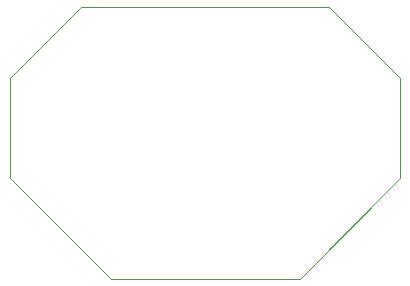
<source format=gbr>
%TF.GenerationSoftware,KiCad,Pcbnew,(7.0.0-0)*%
%TF.CreationDate,2023-10-06T17:45:21+02:00*%
%TF.ProjectId,annoying_little_shit,616e6e6f-7969-46e6-975f-6c6974746c65,rev?*%
%TF.SameCoordinates,Original*%
%TF.FileFunction,Profile,NP*%
%FSLAX46Y46*%
G04 Gerber Fmt 4.6, Leading zero omitted, Abs format (unit mm)*
G04 Created by KiCad (PCBNEW (7.0.0-0)) date 2023-10-06 17:45:21*
%MOMM*%
%LPD*%
G01*
G04 APERTURE LIST*
%TA.AperFunction,Profile*%
%ADD10C,0.100000*%
%TD*%
G04 APERTURE END LIST*
D10*
X114500000Y-66000000D02*
X123000000Y-74500000D01*
X141500000Y-51500000D02*
X131000000Y-51500000D01*
X120500000Y-51500000D02*
X114500000Y-57500000D01*
X131000000Y-51500000D02*
X120500000Y-51500000D01*
X147500000Y-57500000D02*
X141500000Y-51500000D01*
X139000000Y-74500000D02*
X131000000Y-74500000D01*
X131000000Y-74500000D02*
X123000000Y-74500000D01*
X114500000Y-66000000D02*
X114500000Y-57500000D01*
X147500000Y-66000000D02*
X147500000Y-57500000D01*
X147500000Y-66000000D02*
X139000000Y-74500000D01*
M02*

</source>
